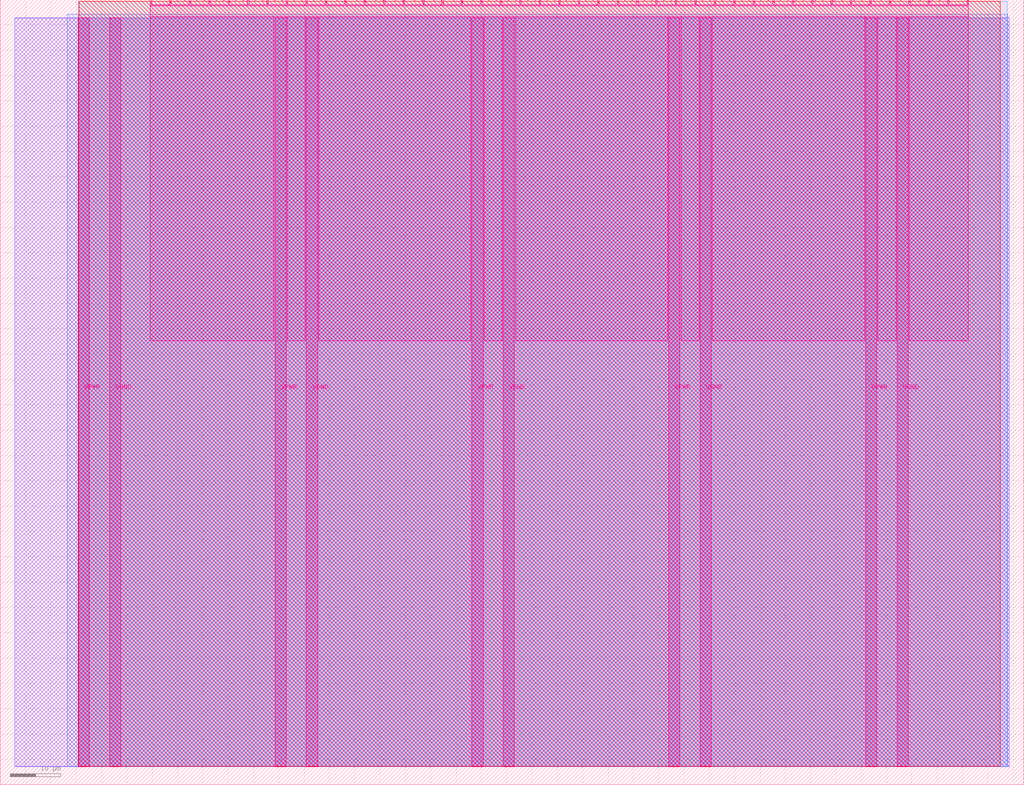
<source format=lef>
VERSION 5.7 ;
  NOWIREEXTENSIONATPIN ON ;
  DIVIDERCHAR "/" ;
  BUSBITCHARS "[]" ;
MACRO tt_um_wokwi_434917506576906241
  CLASS BLOCK ;
  FOREIGN tt_um_wokwi_434917506576906241 ;
  ORIGIN 0.000 0.000 ;
  SIZE 202.080 BY 154.980 ;
  PIN VGND
    DIRECTION INOUT ;
    USE GROUND ;
    PORT
      LAYER Metal5 ;
        RECT 21.580 3.560 23.780 151.420 ;
    END
    PORT
      LAYER Metal5 ;
        RECT 60.450 3.560 62.650 151.420 ;
    END
    PORT
      LAYER Metal5 ;
        RECT 99.320 3.560 101.520 151.420 ;
    END
    PORT
      LAYER Metal5 ;
        RECT 138.190 3.560 140.390 151.420 ;
    END
    PORT
      LAYER Metal5 ;
        RECT 177.060 3.560 179.260 151.420 ;
    END
  END VGND
  PIN VPWR
    DIRECTION INOUT ;
    USE POWER ;
    PORT
      LAYER Metal5 ;
        RECT 15.380 3.560 17.580 151.420 ;
    END
    PORT
      LAYER Metal5 ;
        RECT 54.250 3.560 56.450 151.420 ;
    END
    PORT
      LAYER Metal5 ;
        RECT 93.120 3.560 95.320 151.420 ;
    END
    PORT
      LAYER Metal5 ;
        RECT 131.990 3.560 134.190 151.420 ;
    END
    PORT
      LAYER Metal5 ;
        RECT 170.860 3.560 173.060 151.420 ;
    END
  END VPWR
  PIN clk
    DIRECTION INPUT ;
    USE SIGNAL ;
    ANTENNAGATEAREA 0.213200 ;
    PORT
      LAYER Metal5 ;
        RECT 187.050 153.980 187.350 154.980 ;
    END
  END clk
  PIN ena
    DIRECTION INPUT ;
    USE SIGNAL ;
    ANTENNAGATEAREA 0.213200 ;
    PORT
      LAYER Metal5 ;
        RECT 190.890 153.980 191.190 154.980 ;
    END
  END ena
  PIN rst_n
    DIRECTION INPUT ;
    USE SIGNAL ;
    ANTENNAGATEAREA 0.213200 ;
    PORT
      LAYER Metal5 ;
        RECT 183.210 153.980 183.510 154.980 ;
    END
  END rst_n
  PIN ui_in[0]
    DIRECTION INPUT ;
    USE SIGNAL ;
    ANTENNAGATEAREA 0.180700 ;
    PORT
      LAYER Metal5 ;
        RECT 179.370 153.980 179.670 154.980 ;
    END
  END ui_in[0]
  PIN ui_in[1]
    DIRECTION INPUT ;
    USE SIGNAL ;
    ANTENNAGATEAREA 0.213200 ;
    PORT
      LAYER Metal5 ;
        RECT 175.530 153.980 175.830 154.980 ;
    END
  END ui_in[1]
  PIN ui_in[2]
    DIRECTION INPUT ;
    USE SIGNAL ;
    ANTENNAGATEAREA 0.213200 ;
    PORT
      LAYER Metal5 ;
        RECT 171.690 153.980 171.990 154.980 ;
    END
  END ui_in[2]
  PIN ui_in[3]
    DIRECTION INPUT ;
    USE SIGNAL ;
    ANTENNAGATEAREA 0.180700 ;
    PORT
      LAYER Metal5 ;
        RECT 167.850 153.980 168.150 154.980 ;
    END
  END ui_in[3]
  PIN ui_in[4]
    DIRECTION INPUT ;
    USE SIGNAL ;
    ANTENNAGATEAREA 0.180700 ;
    PORT
      LAYER Metal5 ;
        RECT 164.010 153.980 164.310 154.980 ;
    END
  END ui_in[4]
  PIN ui_in[5]
    DIRECTION INPUT ;
    USE SIGNAL ;
    ANTENNAGATEAREA 0.213200 ;
    PORT
      LAYER Metal5 ;
        RECT 160.170 153.980 160.470 154.980 ;
    END
  END ui_in[5]
  PIN ui_in[6]
    DIRECTION INPUT ;
    USE SIGNAL ;
    ANTENNAGATEAREA 0.180700 ;
    PORT
      LAYER Metal5 ;
        RECT 156.330 153.980 156.630 154.980 ;
    END
  END ui_in[6]
  PIN ui_in[7]
    DIRECTION INPUT ;
    USE SIGNAL ;
    ANTENNAGATEAREA 0.213200 ;
    PORT
      LAYER Metal5 ;
        RECT 152.490 153.980 152.790 154.980 ;
    END
  END ui_in[7]
  PIN uio_in[0]
    DIRECTION INPUT ;
    USE SIGNAL ;
    ANTENNAGATEAREA 0.213200 ;
    PORT
      LAYER Metal5 ;
        RECT 148.650 153.980 148.950 154.980 ;
    END
  END uio_in[0]
  PIN uio_in[1]
    DIRECTION INPUT ;
    USE SIGNAL ;
    PORT
      LAYER Metal5 ;
        RECT 144.810 153.980 145.110 154.980 ;
    END
  END uio_in[1]
  PIN uio_in[2]
    DIRECTION INPUT ;
    USE SIGNAL ;
    PORT
      LAYER Metal5 ;
        RECT 140.970 153.980 141.270 154.980 ;
    END
  END uio_in[2]
  PIN uio_in[3]
    DIRECTION INPUT ;
    USE SIGNAL ;
    PORT
      LAYER Metal5 ;
        RECT 137.130 153.980 137.430 154.980 ;
    END
  END uio_in[3]
  PIN uio_in[4]
    DIRECTION INPUT ;
    USE SIGNAL ;
    PORT
      LAYER Metal5 ;
        RECT 133.290 153.980 133.590 154.980 ;
    END
  END uio_in[4]
  PIN uio_in[5]
    DIRECTION INPUT ;
    USE SIGNAL ;
    PORT
      LAYER Metal5 ;
        RECT 129.450 153.980 129.750 154.980 ;
    END
  END uio_in[5]
  PIN uio_in[6]
    DIRECTION INPUT ;
    USE SIGNAL ;
    PORT
      LAYER Metal5 ;
        RECT 125.610 153.980 125.910 154.980 ;
    END
  END uio_in[6]
  PIN uio_in[7]
    DIRECTION INPUT ;
    USE SIGNAL ;
    PORT
      LAYER Metal5 ;
        RECT 121.770 153.980 122.070 154.980 ;
    END
  END uio_in[7]
  PIN uio_oe[0]
    DIRECTION OUTPUT ;
    USE SIGNAL ;
    ANTENNADIFFAREA 0.392700 ;
    PORT
      LAYER Metal5 ;
        RECT 56.490 153.980 56.790 154.980 ;
    END
  END uio_oe[0]
  PIN uio_oe[1]
    DIRECTION OUTPUT ;
    USE SIGNAL ;
    ANTENNADIFFAREA 0.299200 ;
    PORT
      LAYER Metal5 ;
        RECT 52.650 153.980 52.950 154.980 ;
    END
  END uio_oe[1]
  PIN uio_oe[2]
    DIRECTION OUTPUT ;
    USE SIGNAL ;
    ANTENNADIFFAREA 0.299200 ;
    PORT
      LAYER Metal5 ;
        RECT 48.810 153.980 49.110 154.980 ;
    END
  END uio_oe[2]
  PIN uio_oe[3]
    DIRECTION OUTPUT ;
    USE SIGNAL ;
    ANTENNADIFFAREA 0.299200 ;
    PORT
      LAYER Metal5 ;
        RECT 44.970 153.980 45.270 154.980 ;
    END
  END uio_oe[3]
  PIN uio_oe[4]
    DIRECTION OUTPUT ;
    USE SIGNAL ;
    ANTENNADIFFAREA 0.299200 ;
    PORT
      LAYER Metal5 ;
        RECT 41.130 153.980 41.430 154.980 ;
    END
  END uio_oe[4]
  PIN uio_oe[5]
    DIRECTION OUTPUT ;
    USE SIGNAL ;
    ANTENNADIFFAREA 0.299200 ;
    PORT
      LAYER Metal5 ;
        RECT 37.290 153.980 37.590 154.980 ;
    END
  END uio_oe[5]
  PIN uio_oe[6]
    DIRECTION OUTPUT ;
    USE SIGNAL ;
    ANTENNADIFFAREA 0.299200 ;
    PORT
      LAYER Metal5 ;
        RECT 33.450 153.980 33.750 154.980 ;
    END
  END uio_oe[6]
  PIN uio_oe[7]
    DIRECTION OUTPUT ;
    USE SIGNAL ;
    ANTENNADIFFAREA 0.299200 ;
    PORT
      LAYER Metal5 ;
        RECT 29.610 153.980 29.910 154.980 ;
    END
  END uio_oe[7]
  PIN uio_out[0]
    DIRECTION OUTPUT ;
    USE SIGNAL ;
    ANTENNADIFFAREA 0.706800 ;
    PORT
      LAYER Metal5 ;
        RECT 87.210 153.980 87.510 154.980 ;
    END
  END uio_out[0]
  PIN uio_out[1]
    DIRECTION OUTPUT ;
    USE SIGNAL ;
    ANTENNADIFFAREA 0.299200 ;
    PORT
      LAYER Metal5 ;
        RECT 83.370 153.980 83.670 154.980 ;
    END
  END uio_out[1]
  PIN uio_out[2]
    DIRECTION OUTPUT ;
    USE SIGNAL ;
    ANTENNADIFFAREA 0.299200 ;
    PORT
      LAYER Metal5 ;
        RECT 79.530 153.980 79.830 154.980 ;
    END
  END uio_out[2]
  PIN uio_out[3]
    DIRECTION OUTPUT ;
    USE SIGNAL ;
    ANTENNADIFFAREA 0.299200 ;
    PORT
      LAYER Metal5 ;
        RECT 75.690 153.980 75.990 154.980 ;
    END
  END uio_out[3]
  PIN uio_out[4]
    DIRECTION OUTPUT ;
    USE SIGNAL ;
    ANTENNADIFFAREA 0.299200 ;
    PORT
      LAYER Metal5 ;
        RECT 71.850 153.980 72.150 154.980 ;
    END
  END uio_out[4]
  PIN uio_out[5]
    DIRECTION OUTPUT ;
    USE SIGNAL ;
    ANTENNADIFFAREA 0.299200 ;
    PORT
      LAYER Metal5 ;
        RECT 68.010 153.980 68.310 154.980 ;
    END
  END uio_out[5]
  PIN uio_out[6]
    DIRECTION OUTPUT ;
    USE SIGNAL ;
    ANTENNADIFFAREA 0.299200 ;
    PORT
      LAYER Metal5 ;
        RECT 64.170 153.980 64.470 154.980 ;
    END
  END uio_out[6]
  PIN uio_out[7]
    DIRECTION OUTPUT ;
    USE SIGNAL ;
    ANTENNADIFFAREA 0.299200 ;
    PORT
      LAYER Metal5 ;
        RECT 60.330 153.980 60.630 154.980 ;
    END
  END uio_out[7]
  PIN uo_out[0]
    DIRECTION OUTPUT ;
    USE SIGNAL ;
    ANTENNADIFFAREA 0.654800 ;
    PORT
      LAYER Metal5 ;
        RECT 117.930 153.980 118.230 154.980 ;
    END
  END uo_out[0]
  PIN uo_out[1]
    DIRECTION OUTPUT ;
    USE SIGNAL ;
    ANTENNADIFFAREA 0.662000 ;
    PORT
      LAYER Metal5 ;
        RECT 114.090 153.980 114.390 154.980 ;
    END
  END uo_out[1]
  PIN uo_out[2]
    DIRECTION OUTPUT ;
    USE SIGNAL ;
    ANTENNADIFFAREA 0.662000 ;
    PORT
      LAYER Metal5 ;
        RECT 110.250 153.980 110.550 154.980 ;
    END
  END uo_out[2]
  PIN uo_out[3]
    DIRECTION OUTPUT ;
    USE SIGNAL ;
    ANTENNADIFFAREA 0.662000 ;
    PORT
      LAYER Metal5 ;
        RECT 106.410 153.980 106.710 154.980 ;
    END
  END uo_out[3]
  PIN uo_out[4]
    DIRECTION OUTPUT ;
    USE SIGNAL ;
    ANTENNADIFFAREA 0.662000 ;
    PORT
      LAYER Metal5 ;
        RECT 102.570 153.980 102.870 154.980 ;
    END
  END uo_out[4]
  PIN uo_out[5]
    DIRECTION OUTPUT ;
    USE SIGNAL ;
    ANTENNADIFFAREA 0.662000 ;
    PORT
      LAYER Metal5 ;
        RECT 98.730 153.980 99.030 154.980 ;
    END
  END uo_out[5]
  PIN uo_out[6]
    DIRECTION OUTPUT ;
    USE SIGNAL ;
    ANTENNADIFFAREA 0.662000 ;
    PORT
      LAYER Metal5 ;
        RECT 94.890 153.980 95.190 154.980 ;
    END
  END uo_out[6]
  PIN uo_out[7]
    DIRECTION OUTPUT ;
    USE SIGNAL ;
    ANTENNADIFFAREA 0.662000 ;
    PORT
      LAYER Metal5 ;
        RECT 91.050 153.980 91.350 154.980 ;
    END
  END uo_out[7]
  OBS
      LAYER GatPoly ;
        RECT 2.880 3.630 199.200 151.350 ;
      LAYER Metal1 ;
        RECT 2.880 3.560 199.200 151.420 ;
      LAYER Metal2 ;
        RECT 13.250 3.680 198.865 152.140 ;
      LAYER Metal3 ;
        RECT 15.560 3.635 198.820 154.705 ;
      LAYER Metal4 ;
        RECT 15.515 3.680 197.425 154.660 ;
      LAYER Metal5 ;
        RECT 30.120 153.770 33.240 153.980 ;
        RECT 33.960 153.770 37.080 153.980 ;
        RECT 37.800 153.770 40.920 153.980 ;
        RECT 41.640 153.770 44.760 153.980 ;
        RECT 45.480 153.770 48.600 153.980 ;
        RECT 49.320 153.770 52.440 153.980 ;
        RECT 53.160 153.770 56.280 153.980 ;
        RECT 57.000 153.770 60.120 153.980 ;
        RECT 60.840 153.770 63.960 153.980 ;
        RECT 64.680 153.770 67.800 153.980 ;
        RECT 68.520 153.770 71.640 153.980 ;
        RECT 72.360 153.770 75.480 153.980 ;
        RECT 76.200 153.770 79.320 153.980 ;
        RECT 80.040 153.770 83.160 153.980 ;
        RECT 83.880 153.770 87.000 153.980 ;
        RECT 87.720 153.770 90.840 153.980 ;
        RECT 91.560 153.770 94.680 153.980 ;
        RECT 95.400 153.770 98.520 153.980 ;
        RECT 99.240 153.770 102.360 153.980 ;
        RECT 103.080 153.770 106.200 153.980 ;
        RECT 106.920 153.770 110.040 153.980 ;
        RECT 110.760 153.770 113.880 153.980 ;
        RECT 114.600 153.770 117.720 153.980 ;
        RECT 118.440 153.770 121.560 153.980 ;
        RECT 122.280 153.770 125.400 153.980 ;
        RECT 126.120 153.770 129.240 153.980 ;
        RECT 129.960 153.770 133.080 153.980 ;
        RECT 133.800 153.770 136.920 153.980 ;
        RECT 137.640 153.770 140.760 153.980 ;
        RECT 141.480 153.770 144.600 153.980 ;
        RECT 145.320 153.770 148.440 153.980 ;
        RECT 149.160 153.770 152.280 153.980 ;
        RECT 153.000 153.770 156.120 153.980 ;
        RECT 156.840 153.770 159.960 153.980 ;
        RECT 160.680 153.770 163.800 153.980 ;
        RECT 164.520 153.770 167.640 153.980 ;
        RECT 168.360 153.770 171.480 153.980 ;
        RECT 172.200 153.770 175.320 153.980 ;
        RECT 176.040 153.770 179.160 153.980 ;
        RECT 179.880 153.770 183.000 153.980 ;
        RECT 183.720 153.770 186.840 153.980 ;
        RECT 187.560 153.770 190.680 153.980 ;
        RECT 29.660 151.630 191.140 153.770 ;
        RECT 29.660 87.635 54.040 151.630 ;
        RECT 56.660 87.635 60.240 151.630 ;
        RECT 62.860 87.635 92.910 151.630 ;
        RECT 95.530 87.635 99.110 151.630 ;
        RECT 101.730 87.635 131.780 151.630 ;
        RECT 134.400 87.635 137.980 151.630 ;
        RECT 140.600 87.635 170.650 151.630 ;
        RECT 173.270 87.635 176.850 151.630 ;
        RECT 179.470 87.635 191.140 151.630 ;
  END
END tt_um_wokwi_434917506576906241
END LIBRARY


</source>
